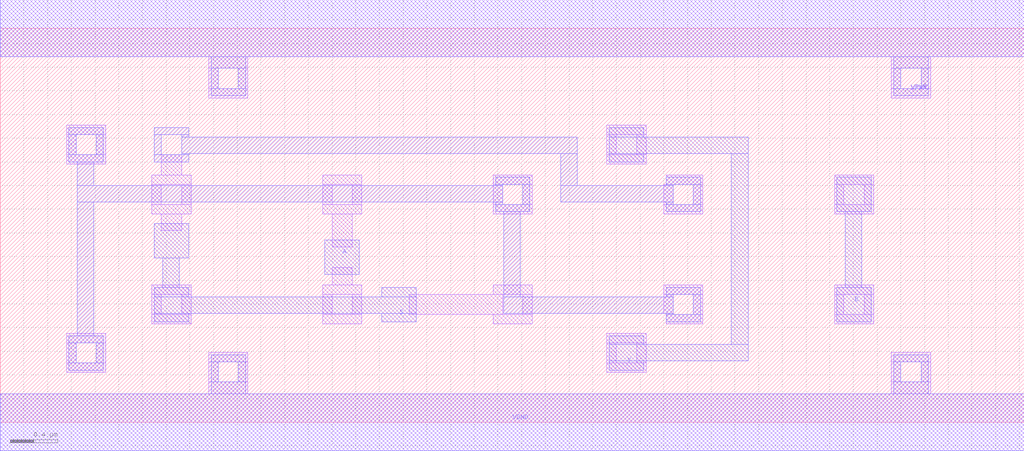
<source format=lef>
VERSION 5.7 ;
  NOWIREEXTENSIONATPIN ON ;
  DIVIDERCHAR "/" ;
  BUSBITCHARS "[]" ;
MACRO MUX2X1
  CLASS CORE ;
  FOREIGN MUX2X1 ;
  ORIGIN 0.000 0.000 ;
  SIZE 8.640 BY 3.330 ;
  SYMMETRY X Y R90 ;
  SITE unit ;
  PIN VPWR
    DIRECTION INOUT ;
    USE POWER ;
    SHAPE ABUTMENT ;
    PORT
      LAYER met1 ;
        RECT 0.000 3.090 8.640 3.570 ;
        RECT 1.780 2.990 2.070 3.090 ;
        RECT 1.780 2.820 1.840 2.990 ;
        RECT 2.010 2.820 2.070 2.990 ;
        RECT 1.780 2.760 2.070 2.820 ;
        RECT 7.540 2.990 7.830 3.090 ;
        RECT 7.540 2.820 7.600 2.990 ;
        RECT 7.770 2.820 7.830 2.990 ;
        RECT 7.540 2.760 7.830 2.820 ;
    END
    PORT
      LAYER li1 ;
        RECT 0.000 3.090 8.640 3.570 ;
        RECT 1.760 2.990 2.090 3.090 ;
        RECT 1.760 2.820 1.840 2.990 ;
        RECT 2.010 2.820 2.090 2.990 ;
        RECT 1.760 2.740 2.090 2.820 ;
        RECT 7.520 2.990 7.850 3.090 ;
        RECT 7.520 2.820 7.600 2.990 ;
        RECT 7.770 2.820 7.850 2.990 ;
        RECT 7.520 2.740 7.850 2.820 ;
    END
  END VPWR
  PIN VGND
    DIRECTION INOUT ;
    USE GROUND ;
    SHAPE ABUTMENT ;
    PORT
      LAYER met1 ;
        RECT 1.780 0.510 2.070 0.570 ;
        RECT 1.780 0.340 1.840 0.510 ;
        RECT 2.010 0.340 2.070 0.510 ;
        RECT 1.780 0.240 2.070 0.340 ;
        RECT 7.540 0.510 7.830 0.570 ;
        RECT 7.540 0.340 7.600 0.510 ;
        RECT 7.770 0.340 7.830 0.510 ;
        RECT 7.540 0.240 7.830 0.340 ;
        RECT 0.000 -0.240 8.640 0.240 ;
    END
    PORT
      LAYER li1 ;
        RECT 1.760 0.510 2.090 0.590 ;
        RECT 1.760 0.340 1.840 0.510 ;
        RECT 2.010 0.340 2.090 0.510 ;
        RECT 1.760 0.240 2.090 0.340 ;
        RECT 7.520 0.510 7.850 0.590 ;
        RECT 7.520 0.340 7.600 0.510 ;
        RECT 7.770 0.340 7.850 0.510 ;
        RECT 7.520 0.240 7.850 0.340 ;
        RECT 0.000 -0.240 8.640 0.240 ;
    END
  END VGND
  PIN Y
    DIRECTION INOUT ;
    USE SIGNAL ;
    SHAPE ABUTMENT ;
    PORT
      LAYER met1 ;
        RECT 5.140 2.410 5.430 2.490 ;
        RECT 5.140 2.270 6.310 2.410 ;
        RECT 5.140 2.200 5.430 2.270 ;
        RECT 5.140 0.660 5.430 0.730 ;
        RECT 6.170 0.660 6.310 2.270 ;
        RECT 5.140 0.520 6.310 0.660 ;
        RECT 5.140 0.440 5.430 0.520 ;
    END
  END Y
  PIN S
    DIRECTION INOUT ;
    USE SIGNAL ;
    SHAPE ABUTMENT ;
    PORT
      LAYER met1 ;
        RECT 1.300 1.390 1.590 1.680 ;
        RECT 1.370 1.140 1.510 1.390 ;
        RECT 1.300 1.060 1.590 1.140 ;
        RECT 3.220 1.060 3.510 1.140 ;
        RECT 1.300 0.920 3.510 1.060 ;
        RECT 1.300 0.850 1.590 0.920 ;
        RECT 3.220 0.850 3.510 0.920 ;
    END
  END S
  PIN A
    DIRECTION INOUT ;
    USE SIGNAL ;
    SHAPE ABUTMENT ;
    PORT
      LAYER met1 ;
        RECT 2.740 1.250 3.030 1.540 ;
    END
  END A
  PIN B
    DIRECTION INOUT ;
    USE SIGNAL ;
    SHAPE ABUTMENT ;
    PORT
      LAYER met1 ;
        RECT 7.060 1.780 7.350 2.070 ;
        RECT 7.130 1.140 7.270 1.780 ;
        RECT 7.060 0.850 7.350 1.140 ;
    END
  END B
  OBS
      LAYER li1 ;
        RECT 0.560 2.430 0.890 2.510 ;
        RECT 0.560 2.260 0.640 2.430 ;
        RECT 0.810 2.260 0.890 2.430 ;
        RECT 5.120 2.430 5.450 2.510 ;
        RECT 5.120 2.260 5.200 2.430 ;
        RECT 5.370 2.260 5.450 2.430 ;
        RECT 0.560 2.180 0.890 2.260 ;
        RECT 1.360 2.090 1.530 2.260 ;
        RECT 5.120 2.180 5.450 2.260 ;
        RECT 1.280 2.010 1.610 2.090 ;
        RECT 1.280 1.840 1.360 2.010 ;
        RECT 1.530 1.840 1.610 2.010 ;
        RECT 1.280 1.760 1.610 1.840 ;
        RECT 2.720 2.010 3.050 2.090 ;
        RECT 2.720 1.840 2.800 2.010 ;
        RECT 2.970 1.840 3.050 2.010 ;
        RECT 2.720 1.760 3.050 1.840 ;
        RECT 4.160 2.010 4.490 2.090 ;
        RECT 5.620 2.010 5.930 2.090 ;
        RECT 4.160 1.840 4.240 2.010 ;
        RECT 4.410 1.840 4.490 2.010 ;
        RECT 4.160 1.760 4.490 1.840 ;
        RECT 5.600 1.840 5.680 2.010 ;
        RECT 5.850 1.840 5.930 2.010 ;
        RECT 5.600 1.760 5.930 1.840 ;
        RECT 7.040 2.010 7.370 2.090 ;
        RECT 7.040 1.840 7.120 2.010 ;
        RECT 7.290 1.840 7.370 2.010 ;
        RECT 7.040 1.760 7.370 1.840 ;
        RECT 1.360 1.620 1.530 1.760 ;
        RECT 2.800 1.480 2.970 1.760 ;
        RECT 2.800 1.160 2.970 1.310 ;
        RECT 1.280 1.080 1.610 1.160 ;
        RECT 1.280 0.910 1.360 1.080 ;
        RECT 1.530 0.910 1.610 1.080 ;
        RECT 1.280 0.830 1.610 0.910 ;
        RECT 2.720 1.080 3.050 1.160 ;
        RECT 4.160 1.080 4.490 1.160 ;
        RECT 2.720 0.910 2.800 1.080 ;
        RECT 2.970 0.910 3.050 1.080 ;
        RECT 3.450 0.910 4.240 1.080 ;
        RECT 4.410 0.910 4.490 1.080 ;
        RECT 5.600 1.080 5.930 1.160 ;
        RECT 5.600 0.920 5.680 1.080 ;
        RECT 2.720 0.830 3.050 0.910 ;
        RECT 4.160 0.830 4.490 0.910 ;
        RECT 5.620 0.910 5.680 0.920 ;
        RECT 5.850 0.910 5.930 1.080 ;
        RECT 5.620 0.830 5.930 0.910 ;
        RECT 7.040 1.080 7.370 1.160 ;
        RECT 7.040 0.910 7.120 1.080 ;
        RECT 7.290 0.910 7.370 1.080 ;
        RECT 7.040 0.830 7.370 0.910 ;
        RECT 0.560 0.670 0.890 0.750 ;
        RECT 0.560 0.500 0.640 0.670 ;
        RECT 0.810 0.500 0.890 0.670 ;
        RECT 0.560 0.420 0.890 0.500 ;
        RECT 5.120 0.670 5.450 0.750 ;
        RECT 5.120 0.500 5.200 0.670 ;
        RECT 5.370 0.500 5.450 0.670 ;
        RECT 5.120 0.420 5.450 0.500 ;
      LAYER met1 ;
        RECT 0.580 2.430 0.870 2.490 ;
        RECT 0.580 2.260 0.640 2.430 ;
        RECT 0.810 2.260 0.870 2.430 ;
        RECT 0.580 2.200 0.870 2.260 ;
        RECT 1.300 2.430 1.590 2.490 ;
        RECT 1.300 2.260 1.360 2.430 ;
        RECT 1.530 2.410 1.590 2.430 ;
        RECT 1.530 2.270 4.870 2.410 ;
        RECT 1.530 2.260 1.590 2.270 ;
        RECT 1.300 2.200 1.590 2.260 ;
        RECT 0.650 2.000 0.790 2.200 ;
        RECT 4.180 2.010 4.470 2.070 ;
        RECT 4.180 2.000 4.240 2.010 ;
        RECT 0.650 1.860 4.240 2.000 ;
        RECT 0.650 0.730 0.790 1.860 ;
        RECT 4.180 1.840 4.240 1.860 ;
        RECT 4.410 1.840 4.470 2.010 ;
        RECT 4.730 2.000 4.870 2.270 ;
        RECT 5.620 2.010 5.910 2.070 ;
        RECT 5.620 2.000 5.680 2.010 ;
        RECT 4.730 1.860 5.680 2.000 ;
        RECT 4.180 1.780 4.470 1.840 ;
        RECT 5.620 1.840 5.680 1.860 ;
        RECT 5.850 1.840 5.910 2.010 ;
        RECT 5.620 1.780 5.910 1.840 ;
        RECT 4.250 1.060 4.390 1.780 ;
        RECT 5.620 1.080 5.910 1.140 ;
        RECT 5.620 1.060 5.680 1.080 ;
        RECT 4.250 0.920 5.680 1.060 ;
        RECT 5.620 0.910 5.680 0.920 ;
        RECT 5.850 0.910 5.910 1.080 ;
        RECT 5.620 0.850 5.910 0.910 ;
        RECT 0.580 0.670 0.870 0.730 ;
        RECT 0.580 0.500 0.640 0.670 ;
        RECT 0.810 0.500 0.870 0.670 ;
        RECT 0.580 0.440 0.870 0.500 ;
  END
END MUX2X1
END LIBRARY


</source>
